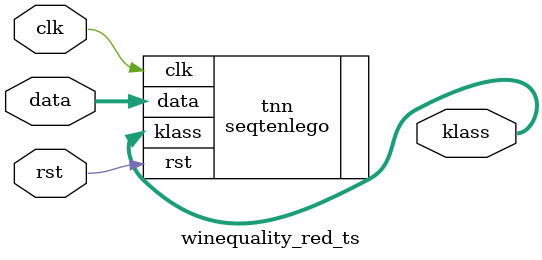
<source format=v>












module winequality_red_ts #(

parameter N = 11,
parameter M = 40,
parameter B = 4,
parameter C = 6,
parameter Ts = 5




  ) (
  input clk,
  input rst,
  input [N*B-1:0] data,
  output [$clog2(C)-1:0] klass
  );

  seqtenlego #(
      .N(N),.B(B),.M(M),.C(C),
  .Wvals(440'b00000000010001000100001100110110101110100000110011001011000000000000110000000010100011011100011001100001101010101000000000000000110000100000010001100001100010100001100010000000000000101001010000001010100001000000011000110101111000001001000101010100100001110110001000000100011000110000000100000010101110001000100100000011010100000000010000100001001000101000000010000100001000000100101000000000010100000000000101011100101100100101001011000000),
  .Wzero(440'b11000101110001000101111100110110111110101010111011111111100000110110110110001110100011011111111011101001101111101111000111000010110000101000010111100001110110101011100110000010011001111011010001001110111111010101111011110101111000101001100111010111101101110111001101011110011100111000110100111010101110001010101110011011010111000000010110110101111000101011001110101110101011010101111010101111011100010101100111011100111101101111001111100001),
  .Wnnz(640'h09060405080804070806050606080704070707070407060808060a05050608050807060806020707),
  .WvalsX(71'b11111010010011110001001011010000111010010110011001101111011010010001010),  // Bits of not-zeroes
  .WcolX(568'h2523211e190e0d0c08060400252421201f1d1916140f0e0c0b070302010027222120170c06012321190e0d0c0908040100231d1c0d0b0a0905271e1d1c1a171612110c04030200), // Column of non-zeros
  .WrowX(56'h473b2921160e00) // Column of non-zeros // Start indices per row
      ) tnn (
    .clk(clk),
    .rst(rst),
    .data(data),
    .klass(klass)
  );

endmodule

</source>
